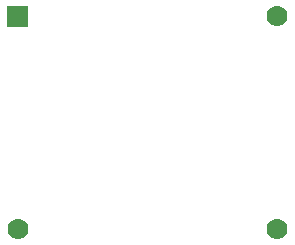
<source format=gbr>
G04 start of page 7 for group -4062 idx -4062 *
G04 Title: (unknown), soldermask *
G04 Creator: pcb 20140316 *
G04 CreationDate: Thu 11 Jan 2018 06:01:03 AM GMT UTC *
G04 For: railfan *
G04 Format: Gerber/RS-274X *
G04 PCB-Dimensions (mil): 992.13 834.65 *
G04 PCB-Coordinate-Origin: lower left *
%MOIN*%
%FSLAX25Y25*%
%LNBOTTOMMASK*%
%ADD22C,0.0700*%
%ADD21C,0.0001*%
G54D21*G36*
X2799Y80665D02*Y73665D01*
X9799D01*
Y80665D01*
X2799D01*
G37*
G54D22*X6299Y6299D03*
X92913Y77165D03*
Y6299D03*
M02*

</source>
